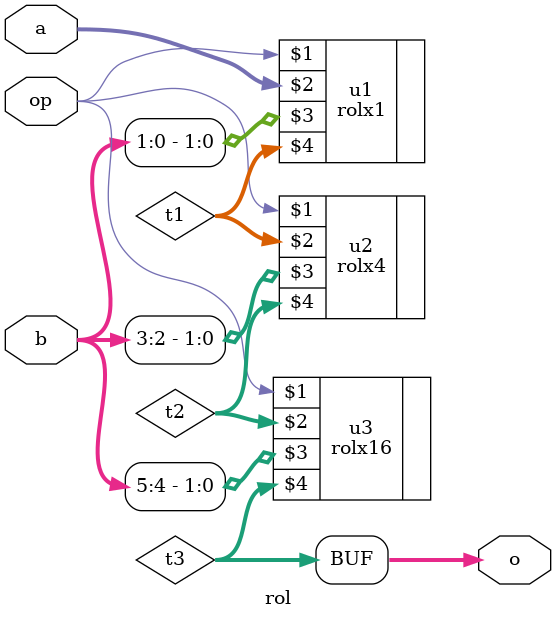
<source format=v>
module rol
#(parameter WID = 32)
(
input op,
input [WID:1] a,
input [5:0] b,
output [WID:1] o
);
wire [WID:1] t1, t2, t3;
assign o = t3;

rolx1  #(WID) u1 (op,  a, b[1:0], t1);
rolx4  #(WID) u2 (op, t1, b[3:2], t2);
rolx16 #(WID) u3 (op, t2, b[5:4], t3);

endmodule


</source>
